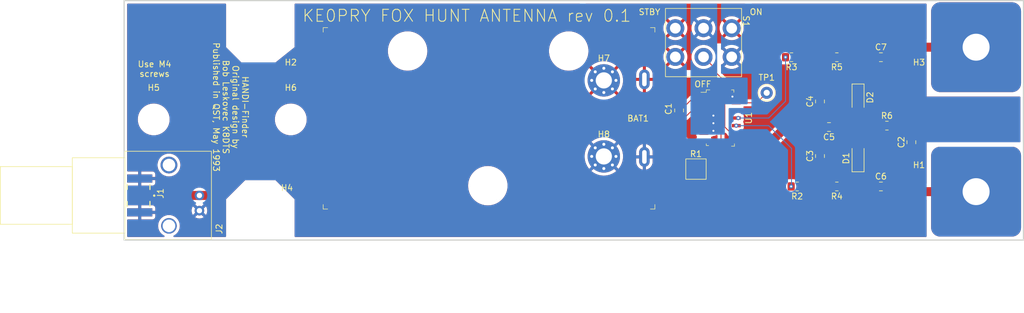
<source format=kicad_pcb>
(kicad_pcb (version 20211014) (generator pcbnew)
  (layers (0 "F.Cu" signal) (31 "B.Cu" signal) (34 "B.Paste" user) (35 "F.Paste" user) (36 "B.SilkS" user "B.Silkscreen") (37 "F.SilkS" user "F.Silkscreen") (38 "B.Mask" user) (39 "F.Mask" user) (44 "Edge.Cuts" user))
  (net 0 "")
  (net 1 "GND")
  (net 2 "Net-(C1-Pad1)")
  (net 3 "Net-(C1-Pad2)")
  (net 4 "Net-(C2-Pad2)")
  (net 5 "Net-(C3-Pad1)")
  (net 6 "Net-(C4-Pad2)")
  (net 7 "Net-(C5-Pad1)")
  (net 8 "Net-(C5-Pad2)")
  (net 9 "Net-(C6-Pad1)")
  (net 10 "Net-(C6-Pad2)")
  (net 11 "Net-(C7-Pad1)")
  (net 12 "Net-(C7-Pad2)")
  (net 13 "Net-(R1-Pad2)")
  (net 15 "Net-(R2-Pad2)")
  (net 16 "Net-(R3-Pad2)")
  (net 17 "Net-(S1-Pad2)")
  (net 18 "Net-(S1-Pad5)")
  (net 19 "Net-(TP1-Pad1)")
  (net 20 "VCC")
  (footprint "Capacitor_SMD:C_0805_2012Metric_Pad1.18x1.45mm_HandSolder" (layer "F.Cu") (at 166.065 75.9675 90)
    (fp_text reference "C3" (at 0 -1.68 90) (layer "F.SilkS"))
    (fp_text value "1nF")
    (fp_line (start -0.261252 0.735) (end 0.261252 0.735) (layer "F.SilkS") (width 0.12))
    (fp_line (start -0.261252 -0.735) (end 0.261252 -0.735) (layer "F.SilkS") (width 0.12))
    (pad "1" smd roundrect (at -1.0375 0 90) (size 1.175 1.45) (layers "F.Cu" "F.Paste" "F.Mask") (roundrect_rratio 0.212766) (net 5 "Net-(C3-Pad1)"))
    (pad "2" smd roundrect (at 1.0375 0 90) (size 1.175 1.45) (layers "F.Cu" "F.Paste" "F.Mask") (roundrect_rratio 0.212766) (net 1 "GND"))
  )
  (footprint "MountingHole:MountingHole_2.7mm_Pad_Via" (layer "F.Cu") (at 130.01 63.33)
    (fp_text reference "H7" (at 0 -3.7) (layer "F.SilkS"))
    (fp_text value "MountingHole_Pad")
    (pad "1" thru_hole circle (at 0 -2.025) (size 0.8 0.8) (drill 0.5) (layers *.Cu *.Mask) (net 20 "VCC"))
    (pad "1" thru_hole circle (at -2.025 0) (size 0.8 0.8) (drill 0.5) (layers *.Cu *.Mask) (net 20 "VCC"))
    (pad "1" thru_hole circle (at 0 2.025) (size 0.8 0.8) (drill 0.5) (layers *.Cu *.Mask) (net 20 "VCC"))
    (pad "1" thru_hole circle (at -1.431891 -1.431891) (size 0.8 0.8) (drill 0.5) (layers *.Cu *.Mask) (net 20 "VCC"))
    (pad "1" thru_hole circle (at 2.025 0) (size 0.8 0.8) (drill 0.5) (layers *.Cu *.Mask) (net 20 "VCC"))
    (pad "1" thru_hole circle (at -1.431891 1.431891) (size 0.8 0.8) (drill 0.5) (layers *.Cu *.Mask) (net 20 "VCC"))
    (pad "1" thru_hole circle (at 0 0) (size 5.4 5.4) (drill 2.7) (layers *.Cu *.Mask) (net 20 "VCC"))
    (pad "1" thru_hole circle (at 1.431891 1.431891) (size 0.8 0.8) (drill 0.5) (layers *.Cu *.Mask) (net 20 "VCC"))
    (pad "1" thru_hole circle (at 1.431891 -1.431891) (size 0.8 0.8) (drill 0.5) (layers *.Cu *.Mask) (net 20 "VCC"))
  )
  (footprint "Capacitor_SMD:C_0805_2012Metric_Pad1.18x1.45mm_HandSolder" (layer "F.Cu") (at 166.065 66.845 90)
    (fp_text reference "C4" (at 0 -1.68 90) (layer "F.SilkS"))
    (fp_text value "1nF")
    (fp_line (start -0.261252 0.735) (end 0.261252 0.735) (layer "F.SilkS") (width 0.12))
    (fp_line (start -0.261252 -0.735) (end 0.261252 -0.735) (layer "F.SilkS") (width 0.12))
    (pad "1" smd roundrect (at -1.0375 0 90) (size 1.175 1.45) (layers "F.Cu" "F.Paste" "F.Mask") (roundrect_rratio 0.212766) (net 1 "GND"))
    (pad "2" smd roundrect (at 1.0375 0 90) (size 1.175 1.45) (layers "F.Cu" "F.Paste" "F.Mask") (roundrect_rratio 0.212766) (net 6 "Net-(C4-Pad2)"))
  )
  (footprint "projlibrary:MountingHole_Antenna_4.5mmHole_LargePad" (layer "F.Cu") (at 192.1 81.915)
    (fp_text reference "H1" (at -9.525 -4.445) (layer "F.SilkS"))
    (fp_text value "ANT1")
    (pad "1" connect roundrect (at 0 0) (size 15 15) (layers "F.Cu" "F.Mask") (roundrect_rratio 0.1) (net 10 "Net-(C6-Pad2)"))
    (pad "1" connect roundrect (at 0 0) (size 15 15) (layers "B.Cu" "B.Mask") (roundrect_rratio 0.1) (net 10 "Net-(C6-Pad2)"))
    (pad "1" thru_hole circle (at 0 0) (size 4.9 4.9) (drill 4.5) (layers *.Cu *.Mask) (net 10 "Net-(C6-Pad2)"))
  )
  (footprint "Diode_SMD:D_SOD-123" (layer "F.Cu") (at 172.415 66.1875 -90)
    (fp_text reference "D2" (at 0 -2 90) (layer "F.SilkS"))
    (fp_text value "1N4148")
    (fp_line (start -2.25 -1) (end -2.25 1) (layer "F.SilkS") (width 0.12))
    (fp_line (start -2.25 1) (end 1.65 1) (layer "F.SilkS") (width 0.12))
    (fp_line (start -2.25 -1) (end 1.65 -1) (layer "F.SilkS") (width 0.12))
    (pad "1" smd rect (at -1.65 0 270) (size 0.9 1.2) (layers "F.Cu" "F.Paste" "F.Mask") (net 11 "Net-(C7-Pad1)"))
    (pad "2" smd rect (at 1.65 0 270) (size 0.9 1.2) (layers "F.Cu" "F.Paste" "F.Mask") (net 7 "Net-(C5-Pad1)"))
  )
  (footprint "digikey-footprints:SOIC-14_W3.9mm" (layer "F.Cu") (at 149.395 69.6175 -90)
    (fp_text reference "U1" (at 0 -4.79 90) (layer "F.SilkS"))
    (fp_text value "CD4047BM96")
    (fp_line (start -4.7 -2.3) (end -4.7 -1.9) (layer "F.SilkS") (width 0.1))
    (fp_line (start -4.3 -2.3) (end -4.7 -2.3) (layer "F.SilkS") (width 0.1))
    (fp_line (start 4.3 2.3) (end 4.6 2.3) (layer "F.SilkS") (width 0.1))
    (fp_line (start 4.6 2.3) (end 4.6 1.9) (layer "F.SilkS") (width 0.1))
    (fp_line (start -4.3 2.3) (end -4.3 3.2) (layer "F.SilkS") (width 0.1))
    (fp_line (start -4.7 1.7) (end -4.7 2.3) (layer "F.SilkS") (width 0.1))
    (fp_line (start 4.3 -2.4) (end 4.7 -2.4) (layer "F.SilkS") (width 0.1))
    (fp_line (start -4.7 2.3) (end -4.3 2.3) (layer "F.SilkS") (width 0.1))
    (fp_line (start 4.7 -2.4) (end 4.7 -1.9) (layer "F.SilkS") (width 0.1))
    (pad "1" smd rect locked (at -3.81 2.7 270) (size 0.55 1.5) (layers "F.Cu" "F.Paste" "F.Mask") (net 2 "Net-(C1-Pad1)"))
    (pad "2" smd rect locked (at -2.54 2.7 270) (size 0.55 1.5) (layers "F.Cu" "F.Paste" "F.Mask") (net 13 "Net-(R1-Pad2)"))
    (pad "3" smd rect locked (at -1.27 2.7 270) (size 0.55 1.5) (layers "F.Cu" "F.Paste" "F.Mask") (net 3 "Net-(C1-Pad2)"))
    (pad "4" smd rect locked (at 0 2.7 270) (size 0.55 1.5) (layers "F.Cu" "F.Paste" "F.Mask") (net 17 "Net-(S1-Pad2)"))
    (pad "5" smd rect locked (at 1.27 2.7 270) (size 0.55 1.5) (layers "F.Cu" "F.Paste" "F.Mask") (net 17 "Net-(S1-Pad2)"))
    (pad "6" smd rect locked (at 2.54 2.7 270) (size 0.55 1.5) (layers "F.Cu" "F.Paste" "F.Mask") (net 17 "Net-(S1-Pad2)"))
    (pad "7" smd rect locked (at 3.81 2.7 270) (size 0.55 1.5) (layers "F.Cu" "F.Paste" "F.Mask") (net 1 "GND"))
    (pad "8" smd rect locked (at 3.81 -2.7 270) (size 0.55 1.5) (layers "F.Cu" "F.Paste" "F.Mask") (net 1 "GND"))
    (pad "9" smd rect locked (at 2.54 -2.7 270) (size 0.55 1.5) (layers "F.Cu" "F.Paste" "F.Mask") (net 18 "Net-(S1-Pad5)"))
    (pad "10" smd rect locked (at 1.27 -2.7 270) (size 0.55 1.5) (layers "F.Cu" "F.Paste" "F.Mask") (net 15 "Net-(R2-Pad2)"))
    (pad "11" smd rect locked (at 0 -2.7 270) (size 0.55 1.5) (layers "F.Cu" "F.Paste" "F.Mask") (net 16 "Net-(R3-Pad2)"))
    (pad "12" smd rect locked (at -1.27 -2.7 270) (size 0.55 1.5) (layers "F.Cu" "F.Paste" "F.Mask") (net 1 "GND"))
    (pad "13" smd rect locked (at -2.54 -2.7 270) (size 0.55 1.5) (layers "F.Cu" "F.Paste" "F.Mask") (net 19 "Net-(TP1-Pad1)"))
    (pad "14" smd rect locked (at -3.81 -2.7 270) (size 0.55 1.5) (layers "F.Cu" "F.Paste" "F.Mask") (net 17 "Net-(S1-Pad2)"))
  )
  (footprint "Resistor_SMD:R_0805_2012Metric_Pad1.20x1.40mm_HandSolder" (layer "F.Cu") (at 177.225 70.8875)
    (fp_text reference "R6" (at 0 -1.65) (layer "F.SilkS"))
    (fp_text value "1K")
    (fp_line (start -0.227064 -0.735) (end 0.227064 -0.735) (layer "F.SilkS") (width 0.12))
    (fp_line (start -0.227064 0.735) (end 0.227064 0.735) (layer "F.SilkS") (width 0.12))
    (pad "1" smd roundrect (at -1 0) (size 1.2 1.4) (layers "F.Cu" "F.Paste" "F.Mask") (roundrect_rratio 0.208333) (net 7 "Net-(C5-Pad1)"))
    (pad "2" smd roundrect (at 1 0) (size 1.2 1.4) (layers "F.Cu" "F.Paste" "F.Mask") (roundrect_rratio 0.208333) (net 4 "Net-(C2-Pad2)"))
  )
  (footprint "digikey-footprints:Test_Point_D1.02mm" (layer "F.Cu") (at 157.175 65.405)
    (fp_text reference "TP1" (at 0 -2.55) (layer "F.SilkS"))
    (fp_text value "DNI")
    (fp_circle (center 0 0) (end 1.37 0) (layer "F.SilkS") (width 0.1) (fill none))
    (pad "1" thru_hole circle locked (at 0 0) (size 2.02 2.02) (drill 1.02) (layers *.Cu *.Mask) (net 19 "Net-(TP1-Pad1)"))
  )
  (footprint "SMA-J-P-H-ST-EM1:SAMTEC_SMA-J-P-H-ST-EM1" (layer "F.Cu") (at 52.4 82.55 -90)
    (fp_text reference "J1" (at -0.34105 -3.66967 90) (layer "F.SilkS"))
    (fp_text value "SMA-J-P-H-ST-EM1")
    (fp_line (start -1.8 -1.91) (end -1 -1.91) (layer "F.SilkS") (width 0.2))
    (fp_line (start 1 1.9) (end 1.8 1.9) (layer "F.SilkS") (width 0.2))
    (fp_line (start -1.8 1.9) (end -1 1.9) (layer "F.SilkS") (width 0.2))
    (fp_line (start 1 -1.91) (end 1.8 -1.91) (layer "F.SilkS") (width 0.2))
    (fp_circle (center 0.03 -2.62) (end 0.13 -2.62) (layer "F.SilkS") (width 0.2) (fill none))
    (pad "1" smd rect locked (at 0 0 270) (size 1.27 3.6) (layers "F.Cu" "F.Paste" "F.Mask") (net 8 "Net-(C5-Pad2)"))
    (pad "2_1" smd rect locked (at -2.825 -0.2 270) (size 1.35 4.2) (layers "F.Cu" "F.Paste" "F.Mask") (net 1 "GND"))
    (pad "2_2" smd rect locked (at -2.825 -0.2 270) (size 1.35 4.2) (layers "B.Cu" "B.Paste" "B.Mask") (net 1 "GND"))
    (pad "3_1" smd rect locked (at 2.825 -0.2 270) (size 1.35 4.2) (layers "F.Cu" "F.Paste" "F.Mask") (net 1 "GND"))
    (pad "3_2" smd rect locked (at 2.825 -0.2 270) (size 1.35 4.2) (layers "B.Cu" "B.Paste" "B.Mask") (net 1 "GND"))
  )
  (footprint "projlibrary:res_pot_ST32ETB503" (layer "F.Cu") (at 145.38 78.15 -90)
    (fp_text reference "R1" (at -2.54 0 unlocked) (layer "F.SilkS"))
    (fp_text value "50K")
    (fp_rect (start -1.7 -1.7) (end 1.7 1.7) (layer "F.SilkS") (width 0.12) (fill none))
    (pad "1" smd rect (at -1 1.95 270) (size 1.2 1.9) (layers "F.Cu" "F.Paste" "F.Mask") (net 3 "Net-(C1-Pad2)"))
    (pad "2" smd rect (at 0 -2 270) (size 1.6 2.2) (layers "F.Cu" "F.Paste" "F.Mask") (net 13 "Net-(R1-Pad2)"))
    (pad "3" smd rect (at 1 1.95 270) (size 1.2 1.9) (layers "F.Cu" "F.Paste" "F.Mask"))
  )
  (footprint "MountingHole:MountingHole_4.3mm_M4" (layer "F.Cu") (at 54.94 69.85)
    (fp_text reference "H5" (at 0 -5.3) (layer "F.SilkS"))
    (fp_text value "MountingHole")
    (pad "" np_thru_hole circle (at 0 0) (size 4.3 4.3) (drill 4.3) (layers *.Cu *.Mask))
  )
  (footprint "Capacitor_SMD:C_0805_2012Metric_Pad1.18x1.45mm_HandSolder" (layer "F.Cu") (at 176.225 81.0475)
    (fp_text reference "C6" (at 0 -1.68) (layer "F.SilkS"))
    (fp_text value "1nF")
    (fp_line (start -0.261252 -0.735) (end 0.261252 -0.735) (layer "F.SilkS") (width 0.12))
    (fp_line (start -0.261252 0.735) (end 0.261252 0.735) (layer "F.SilkS") (width 0.12))
    (pad "1" smd roundrect (at -1.0375 0) (size 1.175 1.45) (layers "F.Cu" "F.Paste" "F.Mask") (roundrect_rratio 0.212766) (net 9 "Net-(C6-Pad1)"))
    (pad "2" smd roundrect (at 1.0375 0) (size 1.175 1.45) (layers "F.Cu" "F.Paste" "F.Mask") (roundrect_rratio 0.212766) (net 10 "Net-(C6-Pad2)"))
  )
  (footprint "Resistor_SMD:R_0805_2012Metric_Pad1.20x1.40mm_HandSolder" (layer "F.Cu") (at 168.875 81.0475 180)
    (fp_text reference "R4" (at 0 -1.65) (layer "F.SilkS"))
    (fp_text value "1K")
    (fp_line (start -0.227064 0.735) (end 0.227064 0.735) (layer "F.SilkS") (width 0.12))
    (fp_line (start -0.227064 -0.735) (end 0.227064 -0.735) (layer "F.SilkS") (width 0.12))
    (pad "1" smd roundrect (at -1 0 180) (size 1.2 1.4) (layers "F.Cu" "F.Paste" "F.Mask") (roundrect_rratio 0.208333) (net 9 "Net-(C6-Pad1)"))
    (pad "2" smd roundrect (at 1 0 180) (size 1.2 1.4) (layers "F.Cu" "F.Paste" "F.Mask") (roundrect_rratio 0.208333) (net 5 "Net-(C3-Pad1)"))
  )
  (footprint "projlibrary:MountingHole_Antenna_4.5mmHole_LargePad" (layer "F.Cu") (at 192.1 57.785)
    (fp_text reference "H3" (at -9.525 2.54) (layer "F.SilkS"))
    (fp_text value "ANT2")
    (pad "1" thru_hole circle (at 0 0) (size 4.9 4.9) (drill 4.5) (layers *.Cu *.Mask) (net 12 "Net-(C7-Pad2)"))
    (pad "1" connect roundrect (at 0 0) (size 15 15) (layers "B.Cu" "B.Mask") (roundrect_rratio 0.1) (net 12 "Net-(C7-Pad2)"))
    (pad "1" connect roundrect (at 0 0) (size 15 15) (layers "F.Cu" "F.Mask") (roundrect_rratio 0.1) (net 12 "Net-(C7-Pad2)"))
  )
  (footprint "Resistor_SMD:R_0805_2012Metric_Pad1.20x1.40mm_HandSolder" (layer "F.Cu") (at 161.315 59.4575 180)
    (fp_text reference "R3" (at 0 -1.65) (layer "F.SilkS"))
    (fp_text value "10K")
    (fp_line (start -0.227064 -0.735) (end 0.227064 -0.735) (layer "F.SilkS") (width 0.12))
    (fp_line (start -0.227064 0.735) (end 0.227064 0.735) (layer "F.SilkS") (width 0.12))
    (pad "1" smd roundrect (at -1 0 180) (size 1.2 1.4) (layers "F.Cu" "F.Paste" "F.Mask") (roundrect_rratio 0.208333) (net 6 "Net-(C4-Pad2)"))
    (pad "2" smd roundrect (at 1 0 180) (size 1.2 1.4) (layers "F.Cu" "F.Paste" "F.Mask") (roundrect_rratio 0.208333) (net 16 "Net-(R3-Pad2)"))
  )
  (footprint "MountingHole:MountingHole_2.7mm_Pad_Via" (layer "F.Cu") (at 130.01 76.03)
    (fp_text reference "H8" (at 0 -3.7) (layer "F.SilkS"))
    (fp_text value "MountingHole_Pad")
    (pad "1" thru_hole circle (at 0 0) (size 5.4 5.4) (drill 2.7) (layers *.Cu *.Mask) (net 1 "GND"))
    (pad "1" thru_hole circle (at 1.431891 1.431891) (size 0.8 0.8) (drill 0.5) (layers *.Cu *.Mask) (net 1 "GND"))
    (pad "1" thru_hole circle (at 1.431891 -1.431891) (size 0.8 0.8) (drill 0.5) (layers *.Cu *.Mask) (net 1 "GND"))
    (pad "1" thru_hole circle (at -1.431891 -1.431891) (size 0.8 0.8) (drill 0.5) (layers *.Cu *.Mask) (net 1 "GND"))
    (pad "1" thru_hole circle (at -1.431891 1.431891) (size 0.8 0.8) (drill 0.5) (layers *.Cu *.Mask) (net 1 "GND"))
    (pad "1" thru_hole circle (at 2.025 0) (size 0.8 0.8) (drill 0.5) (layers *.Cu *.Mask) (net 1 "GND"))
    (pad "1" thru_hole circle (at 0 -2.025) (size 0.8 0.8) (drill 0.5) (layers *.Cu *.Mask) (net 1 "GND"))
    (pad "1" thru_hole circle (at 0 2.025) (size 0.8 0.8) (drill 0.5) (layers *.Cu *.Mask) (net 1 "GND"))
    (pad "1" thru_hole circle (at -2.025 0) (size 0.8 0.8) (drill 0.5) (layers *.Cu *.Mask) (net 1 "GND"))
  )
  (footprint "Resistor_SMD:R_0805_2012Metric_Pad1.20x1.40mm_HandSolder" (layer "F.Cu") (at 168.875 59.4575 180)
    (fp_text reference "R5" (at 0 -1.65) (layer "F.SilkS"))
    (fp_text value "1K")
    (fp_line (start -0.227064 0.735) (end 0.227064 0.735) (layer "F.SilkS") (width 0.12))
    (fp_line (start -0.227064 -0.735) (end 0.227064 -0.735) (layer "F.SilkS") (width 0.12))
    (pad "1" smd roundrect (at -1 0 180) (size 1.2 1.4) (layers "F.Cu" "F.Paste" "F.Mask") (roundrect_rratio 0.208333) (net 11 "Net-(C7-Pad1)"))
    (pad "2" smd roundrect (at 1 0 180) (size 1.2 1.4) (layers "F.Cu" "F.Paste" "F.Mask") (roundrect_rratio 0.208333) (net 6 "Net-(C4-Pad2)"))
  )
  (footprint "Capacitor_SMD:C_0805_2012Metric_Pad1.18x1.45mm_HandSolder" (layer "F.Cu") (at 176.225 59.4575)
    (fp_text reference "C7" (at 0 -1.68) (layer "F.SilkS"))
    (fp_text value "1nF")
    (fp_line (start -0.261252 0.735) (end 0.261252 0.735) (layer "F.SilkS") (width 0.12))
    (fp_line (start -0.261252 -0.735) (end 0.261252 -0.735) (layer "F.SilkS") (width 0.12))
    (pad "1" smd roundrect (at -1.0375 0) (size 1.175 1.45) (layers "F.Cu" "F.Paste" "F.Mask") (roundrect_rratio 0.212766) (net 11 "Net-(C7-Pad1)"))
    (pad "2" smd roundrect (at 1.0375 0) (size 1.175 1.45) (layers "F.Cu" "F.Paste" "F.Mask") (roundrect_rratio 0.212766) (net 12 "Net-(C7-Pad2)"))
  )
  (footprint "Capacitor_SMD:C_0805_2012Metric_Pad1.18x1.45mm_HandSolder" (layer "F.Cu") (at 181.305 73.66 90)
    (fp_text reference "C2" (at 0 -1.68 90) (layer "F.SilkS"))
    (fp_text value "1nF")
    (fp_line (start -0.261252 0.735) (end 0.261252 0.735) (layer "F.SilkS") (width 0.12))
    (fp_line (start -0.261252 -0.735) (end 0.261252 -0.735) (layer "F.SilkS") (width 0.12))
    (pad "1" smd roundrect (at -1.0375 0 90) (size 1.175 1.45) (layers "F.Cu" "F.Paste" "F.Mask") (roundrect_rratio 0.212766) (net 1 "GND"))
    (pad "2" smd roundrect (at 1.0375 0 90) (size 1.175 1.45) (layers "F.Cu" "F.Paste" "F.Mask") (roundrect_rratio 0.212766) (net 4 "Net-(C2-Pad2)"))
  )
  (footprint "projlibrary:conn_rf_bnc_0731000167" (layer "F.Cu") (at 62.56 82.55 90)
    (fp_text reference "J2" (at -5.588 3.302 90 unlocked) (layer "F.SilkS"))
    (fp_text value "0731000167")
    (fp_rect (start -6.3 -21.2) (end 6.3 -12.44) (layer "F.SilkS") (width 0.12) (fill none))
    (fp_rect (start -7.38 -12.44) (end 7.38 2) (layer "F.SilkS") (width 0.12) (fill none))
    (fp_rect (start -4.825 -21.2) (end 4.825 -33.2) (layer "F.SilkS") (width 0.12) (fill none))
    (pad "" np_thru_hole circle (at 5.08 -5.08 90) (size 2.8 2.8) (drill 2.1) (layers F&B.Cu *.Mask))
    (pad "" np_thru_hole circle (at -5.08 -5.08 90) (size 2.6 2.6) (drill 2.1) (layers F&B.Cu *.Mask))
    (pad "1" thru_hole circle (at 0 0 90) (size 1.6 1.6) (drill 0.89) (layers *.Cu *.Mask) (net 8 "Net-(C5-Pad2)"))
    (pad "2" thru_hole circle (at -2.54 0 90) (size 1.6 1.6) (drill 0.89) (layers *.Cu *.Mask) (net 1 "GND"))
  )
  (footprint "Capacitor_SMD:C_0805_2012Metric_Pad1.18x1.45mm_HandSolder" (layer "F.Cu") (at 142.57 68.3475 -90)
    (fp_text reference "C1" (at -0.261252 1.765 90) (layer "F.SilkS"))
    (fp_text value "1uF")
    (fp_line (start -0.261252 -0.735) (end 0.261252 -0.735) (layer "F.SilkS") (width 0.12))
    (fp_line (start -0.261252 0.735) (end 0.261252 0.735) (layer "F.SilkS") (width 0.12))
    (pad "1" smd roundrect (at -1.0375 0 270) (size 1.175 1.45) (layers "F.Cu" "F.Paste" "F.Mask") (roundrect_rratio 0.212766) (net 2 "Net-(C1-Pad1)"))
    (pad "2" smd roundrect (at 1.0375 0 270) (size 1.175 1.45) (layers "F.Cu" "F.Paste" "F.Mask") (roundrect_rratio 0.212766) (net 3 "Net-(C1-Pad2)"))
  )
  (footprint "MountingHole:MountingHole_4.3mm_M4" (layer "F.Cu") (at 72.72 55.245)
    (fp_text reference "H2" (at 5.08 5.08) (layer "F.SilkS"))
    (fp_text value "ANT1_MOUNT")
    (pad "" np_thru_hole circle (at 0 0) (size 4.3 4.3) (drill 4.3) (layers *.Cu *.Mask))
  )
  (footprint "Resistor_SMD:R_0805_2012Metric_Pad1.20x1.40mm_HandSolder" (layer "F.Cu") (at 162.255 81.0475 180)
    (fp_text reference "R2" (at 0 -1.65) (layer "F.SilkS"))
    (fp_text value "10K")
    (fp_line (start -0.227064 -0.735) (end 0.227064 -0.735) (layer "F.SilkS") (width 0.12))
    (fp_line (start -0.227064 0.735) (end 0.227064 0.735) (layer "F.SilkS") (width 0.12))
    (pad "1" smd roundrect (at -1 0 180) (size 1.2 1.4) (layers "F.Cu" "F.Paste" "F.Mask") (roundrect_rratio 0.208333) (net 5 "Net-(C3-Pad1)"))
    (pad "2" smd roundrect (at 1 0 180) (size 1.2 1.4) (layers "F.Cu" "F.Paste" "F.Mask") (roundrect_rratio 0.208333) (net 15 "Net-(R2-Pad2)"))
  )
  (footprint "projlibrary:switch_dpdt_MS23ANW03" (layer "F.Cu") (at 146.635 57.01 -90)
    (fp_text reference "S1" (at -3.556 -7.112 -90 unlocked) (layer "F.SilkS"))
    (fp_text value "switch_slider")
    (fp_rect (start -5.7 -6.35) (end 5.7 6.35) (layer "F.SilkS") (width 0.12) (fill none))
    (pad "1" thru_hole circle (at -2.4 4.7 270) (size 3 3) (drill 1.8) (layers *.Cu *.Mask) (net 20 "VCC"))
    (pad "2" thru_hole circle (at -2.4 0 270) (size 3 3) (drill 1.8) (layers *.Cu *.Mask) (net 17 "Net-(S1-Pad2)"))
    (pad "3" thru_hole circle (at -2.4 -4.7 270) (size 3 3) (drill 1.8) (layers *.Cu *.Mask) (net 20 "VCC"))
    (pad "4" thru_hole circle (at 2.4 4.7 270) (size 3 3) (drill 1.8) (layers *.Cu *.Mask) (net 20 "VCC"))
    (pad "5" thru_hole circle (at 2.4 0 270) (size 3 3) (drill 1.8) (layers *.Cu *.Mask) (net 18 "Net-(S1-Pad5)"))
    (pad "6" thru_hole circle (at 2.4 -4.7 270) (size 3 3) (drill 1.8) (layers *.Cu *.Mask) (net 1 "GND"))
  )
  (footprint "Capacitor_SMD:C_0805_2012Metric_Pad1.18x1.45mm_HandSolder" (layer "F.Cu") (at 167.5675 71.12 180)
    (fp_text reference "C5" (at 0 -1.68) (layer "F.SilkS"))
    (fp_text value "1nF")
    (fp_line (start -0.261252 0.735) (end 0.261252 0.735) (layer "F.SilkS") (width 0.12))
    (fp_line (start -0.261252 -0.735) (end 0.261252 -0.735) (layer "F.SilkS") (width 0.12))
    (pad "1" smd roundrect (at -1.0375 0 180) (size 1.175 1.45) (layers "F.Cu" "F.Paste" "F.Mask") (roundrect_rratio 0.212766) (net 7 "Net-(C5-Pad1)"))
    (pad "2" smd roundrect (at 1.0375 0 180) (size 1.175 1.45) (layers "F.Cu" "F.Paste" "F.Mask") (roundrect_rratio 0.212766) (net 8 "Net-(C5-Pad2)"))
  )
  (footprint "Diode_SMD:D_SOD-123" (layer "F.Cu") (at 172.415 76.3475 90)
    (fp_text reference "D1" (at 0 -2 90) (layer "F.SilkS"))
    (fp_text value "1N4148")
    (fp_line (start -2.25 1) (end 1.65 1) (layer "F.SilkS") (width 0.12))
    (fp_line (start -2.25 -1) (end -2.25 1) (layer "F.SilkS") (width 0.12))
    (fp_line (start -2.25 -1) (end 1.65 -1) (layer "F.SilkS") (width 0.12))
    (pad "1" smd rect (at -1.65 0 90) (size 0.9 1.2) (layers "F.Cu" "F.Paste" "F.Mask") (net 9 "Net-(C6-Pad1)"))
    (pad "2" smd rect (at 1.65 0 90) (size 0.9 1.2) (layers "F.Cu" "F.Paste" "F.Mask") (net 7 "Net-(C5-Pad1)"))
  )
  (footprint "digikey-footprints:Battery_Holder_9V_BC9VPC-ND" (layer "F.Cu") (at 124.155 58.42)
    (fp_text reference "BAT1" (at 11.57 11.26) (layer "F.SilkS"))
    (fp_text value "BC9VPC")
    (fp_line (start 14.37 26.4) (end 13.62 26.4) (layer "F.SilkS") (width 0.1))
    (fp_line (start -40.95 -3.9) (end -40.95 -3.15) (layer "F.SilkS") (width 0.1))
    (fp_line (start -40.2 26.4) (end -40.95 26.4) (layer "F.SilkS") (width 0.1))
    (fp_line (start -40.95 25.65) (end -40.95 26.4) (layer "F.SilkS") (width 0.1))
    (fp_line (start 14.37 -3.9) (end 14.37 -3.15) (layer "F.SilkS") (width 0.1))
    (fp_line (start 14.37 -3.9) (end 13.62 -3.9) (layer "F.SilkS") (width 0.1))
    (fp_line (start 14.37 25.65) (end 14.37 26.4) (layer "F.SilkS") (width 0.1))
    (fp_line (start -40.2 -3.9) (end -40.95 -3.9) (layer "F.SilkS") (width 0.1))
    (pad "" np_thru_hole circle locked (at -26.87 0) (size 5.57 5.57) (drill 5.57) (layers *.Cu *.Mask))
    (pad "" np_thru_hole circle locked (at -13.49 22.5) (size 5.57 5.57) (drill 5.57) (layers *.Cu *.Mask))
    (pad "" np_thru_hole circle locked (at 0 0) (size 5.57 5.57) (drill 5.57) (layers *.Cu *.Mask))
    (pad "NEG" thru_hole oval locked (at 12.62 17.69) (size 1.75 3.3) (drill oval 0.75 2.3) (layers *.Cu *.Mask) (net 1 "GND"))
    (pad "POS" thru_hole oval locked (at 12.62 4.74) (size 1.75 3.3) (drill oval 0.75 2.3) (layers *.Cu *.Mask) (net 20 "VCC"))
  )
  (footprint "MountingHole:MountingHole_4.3mm_M4" (layer "F.Cu") (at 77.8 69.85)
    (fp_text reference "H6" (at 0 -5.3) (layer "F.SilkS"))
    (fp_text value "MountingHole")
    (pad "" np_thru_hole circle (at 0 0) (size 4.3 4.3) (drill 4.3) (layers *.Cu *.Mask))
  )
  (footprint "MountingHole:MountingHole_4.3mm_M4" (layer "F.Cu") (at 72.72 85.09)
    (fp_text reference "H4" (at 4.445 -3.81) (layer "F.SilkS"))
    (fp_text value "ANT2_MOUNT")
    (pad "" np_thru_hole circle (at 0 0) (size 4.3 4.3) (drill 4.3) (layers *.Cu *.Mask))
  )
  (gr_rect (start 50 50) (end 200 90) (layer "Edge.Cuts") (width 0.2) (fill none))
  (gr_text "Use M4\nscrews" (at 55.08 61.425) (layer "F.SilkS") (effects (font (size 1 1))))
  (gr_text "OFF" (at 146.52 63.965) (layer "F.SilkS") (effects (font (size 1 1))))
  (gr_text "ON" (at 155.41 51.9) (layer "F.SilkS") (effects (font (size 1 1))))
  (gr_text "KE0PRY FOX HUNT ANTENNA rev 0.1" (at 107.15 52.535) (layer "F.SilkS") (effects (font (size 2 2))))
  (gr_text "HANDI-Finder\nOriginal design by\nBob Leskovec K8DTS\nPublished in QST, May 1993" (at 67.78 67.775 -90) (layer "F.SilkS") (effects (font (size 1 1))))
  (gr_text "STBY" (at 137.63 51.9) (layer "F.SilkS") (effects (font (size 1 1))))
  (segment (start 143.84 67.31) (end 142.57 67.31) (width 0.1524) (layer "F.Cu") (net 2))
  (segment (start 146.695 65.8075) (end 145.3425 65.8075) (width 0.1524) (layer "F.Cu") (net 2))
  (segment (start 145.3425 65.8075) (end 143.84 67.31) (width 0.1524) (layer "F.Cu") (net 2))
  (segment (start 142.57 69.385) (end 143.67 69.385) (width 0.1524) (layer "F.Cu") (net 3))
  (segment (start 144.7075 68.3475) (end 146.695 68.3475) (width 0.1524) (layer "F.Cu") (net 3))
  (segment (start 143.43 73.25) (end 142.57 72.39) (width 0.1524) (layer "F.Cu") (net 3))
  (segment (start 143.43 77.15) (end 143.43 73.25) (width 0.1524) (layer "F.Cu") (net 3))
  (segment (start 142.57 72.39) (end 142.57 69.385) (width 0.1524) (layer "F.Cu") (net 3))
  (segment (start 143.67 69.385) (end 144.7075 68.3475) (width 0.1524) (layer "F.Cu") (net 3))
  (segment (start 181.305 72.6225) (end 181.305 71.8275) (width 1.5) (layer "F.Cu") (net 4))
  (segment (start 181.305 71.8275) (end 180.365 70.8875) (width 1.5) (layer "F.Cu") (net 4))
  (segment (start 180.365 70.8875) (end 178.225 70.8875) (width 1.5) (layer "F.Cu") (net 4))
  (segment (start 166.065 79.2375) (end 167.875 81.0475) (width 0.1524) (layer "F.Cu") (net 5))
  (segment (start 166.065 77.005) (end 166.065 79.2375) (width 0.1524) (layer "F.Cu") (net 5))
  (segment (start 163.255 81.0475) (end 167.875 81.0475) (width 0.1524) (layer "F.Cu") (net 5))
  (segment (start 162.315 59.4575) (end 167.875 59.4575) (width 0.1524) (layer "F.Cu") (net 6))
  (segment (start 167.875 63.9975) (end 167.875 59.4575) (width 0.1524) (layer "F.Cu") (net 6))
  (segment (start 166.065 65.8075) (end 167.875 63.9975) (width 0.1524) (layer "F.Cu") (net 6))
  (segment (start 172.415 67.8375) (end 172.415 74.6975) (width 1.5) (layer "F.Cu") (net 7))
  (segment (start 168.605 71.12) (end 175.9925 71.12) (width 1.5) (layer "F.Cu") (net 7))
  (segment (start 175.9925 71.12) (end 176.225 70.8875) (width 1.5) (layer "F.Cu") (net 7))
  (segment (start 88.595 78.105) (end 69.545 78.105) (width 1.5) (layer "F.Cu") (net 8))
  (segment (start 148.92 86.995) (end 97.485 86.995) (width 1.5) (layer "F.Cu") (net 8))
  (segment (start 160.35 71.12) (end 151.46 80.01) (width 1.5) (layer "F.Cu") (net 8))
  (segment (start 166.53 71.12) (end 160.35 71.12) (width 1.5) (layer "F.Cu") (net 8))
  (segment (start 97.485 86.995) (end 88.595 78.105) (width 1.5) (layer "F.Cu") (net 8))
  (segment (start 69.545 78.105) (end 65.1 82.55) (width 1.5) (layer "F.Cu") (net 8))
  (segment (start 62.56 82.55) (end 52.4 82.55) (width 1.5) (layer "F.Cu") (net 8))
  (segment (start 65.1 82.55) (end 62.56 82.55) (width 1.5) (layer "F.Cu") (net 8))
  (segment (start 151.46 84.455) (end 148.92 86.995) (width 1.5) (layer "F.Cu") (net 8))
  (segment (start 151.46 80.01) (end 151.46 84.455) (width 1.5) (layer "F.Cu") (net 8))
  (segment (start 169.875 81.0475) (end 175.1875 81.0475) (width 1.5) (layer "F.Cu") (net 9))
  (segment (start 172.415 77.9975) (end 172.415 78.275) (width 1.5) (layer "F.Cu") (net 9))
  (segment (start 172.415 78.275) (end 175.1875 81.0475) (width 1.5) (layer "F.Cu") (net 9))
  (segment (start 181.7075 81.0475) (end 182.575 81.915) (width 1.5) (layer "F.Cu") (net 10))
  (segment (start 177.2625 81.0475) (end 181.7075 81.0475) (width 1.5) (layer "F.Cu") (net 10))
  (segment (start 182.575 81.915) (end 192.1 81.915) (width 1.5) (layer "F.Cu") (net 10))
  (segment (start 169.875 59.4575) (end 175.1875 59.4575) (width 1.5) (layer "F.Cu") (net 11))
  (segment (start 172.415 62.23) (end 175.1875 59.4575) (width 1.5) (layer "F.Cu") (net 11))
  (segment (start 172.415 64.5375) (end 172.415 62.23) (width 1.5) (layer "F.Cu") (net 11))
  (segment (start 180.9025 59.4575) (end 182.575 57.785) (width 1.5) (layer "F.Cu") (net 12))
  (segment (start 177.2625 59.4575) (end 180.9025 59.4575) (width 1.5) (layer "F.Cu") (net 12))
  (segment (start 182.575 57.785) (end 192.1 57.785) (width 1.5) (layer "F.Cu") (net 12))
  (segment (start 147.38 77.105) (end 149.555 74.93) (width 0.1524) (layer "F.Cu") (net 13))
  (segment (start 149.555 74.93) (end 149.555 68.58) (width 0.1524) (layer "F.Cu") (net 13))
  (segment (start 149.555 68.58) (end 148.0525 67.0775) (width 0.1524) (layer "F.Cu") (net 13))
  (segment (start 148.0525 67.0775) (end 146.695 67.0775) (width 0.1524) (layer "F.Cu") (net 13))
  (segment (start 147.38 78.15) (end 147.38 77.105) (width 0.1524) (layer "F.Cu") (net 13))
  (via (at 152.095 70.8875) (size 0.6858) (drill 0.3302) (layers "F.Cu" "B.Cu") (net 15))
  (via (at 161.255 81.0475) (size 0.6858) (drill 0.3302) (layers "F.Cu" "B.Cu") (net 15))
  (segment (start 161.315 81.0475) (end 161.255 81.0475) (width 0.1524) (layer "B.Cu") (net 15))
  (segment (start 157.505 70.8875) (end 161.315 74.6975) (width 0.1524) (layer "B.Cu") (net 15))
  (segment (start 161.315 74.6975) (end 161.315 81.0475) (width 0.1524) (layer "B.Cu") (net 15))
  (segment (start 152.095 70.8875) (end 157.505 70.8875) (width 0.1524) (layer "B.Cu") (net 15))
  (segment (start 152.095 69.6175) (end 152.425 69.6175) (width 0.1524) (layer "F.Cu") (net 16))
  (via (at 152.425 69.6175) (size 0.6858) (drill 0.3302) (layers "F.Cu" "B.Cu") (net 16))
  (via (at 160.315 59.4575) (size 0.6858) (drill 0.3302) (layers "F.Cu" "B.Cu") (net 16))
  (segment (start 157.505 69.6175) (end 160.315 66.8075) (width 0.1524) (layer "B.Cu") (net 16))
  (segment (start 152.425 69.6175) (end 157.505 69.6175) (width 0.1524) (layer "B.Cu") (net 16))
  (segment (start 160.315 66.8075) (end 160.315 59.4575) (width 0.1524) (layer "B.Cu") (net 16))
  (segment (start 147.8825 69.6175) (end 148.285 69.215) (width 0.1524) (layer "F.Cu") (net 17))
  (segment (start 146.695 70.8875) (end 147.8825 70.8875) (width 0.1524) (layer "F.Cu") (net 17))
  (segment (start 151.6925 65.8075) (end 151.46 66.04) (width 0.1524) (layer "F.Cu") (net 17))
  (segment (start 152.095 65.8075) (end 151.6925 65.8075) (width 0.1524) (layer "F.Cu") (net 17))
  (segment (start 146.695 72.1575) (end 147.8825 72.1575) (width 0.1524) (layer "F.Cu") (net 17))
  (segment (start 146.695 69.6175) (end 147.8825 69.6175) (width 0.1524) (layer "F.Cu") (net 17))
  (segment (start 147.8825 72.1575) (end 148.285 71.755) (width 0.1524) (layer "F.Cu") (net 17))
  (segment (start 147.8825 70.8875) (end 148.285 70.485) (width 0.1524) (layer "F.Cu") (net 17))
  (via (at 151.46 66.04) (size 0.6858) (drill 0.3302) (layers "F.Cu" "B.Cu") (net 17))
  (via (at 148.285 69.215) (size 0.6858) (drill 0.3302) (layers "F.Cu" "B.Cu") (net 17))
  (via (at 148.285 70.485) (size 0.6858) (drill 0.3302) (layers "F.Cu" "B.Cu") (net 17))
  (via (at 148.285 71.755) (size 0.6858) (drill 0.3302) (layers "F.Cu" "B.Cu") (net 17))
  (segment (start 152.095 72.1575) (end 151.155 72.1575) (width 0.1524) (layer "F.Cu") (net 18))
  (segment (start 151.2275 72.1575) (end 152.095 72.1575) (width 0.1524) (layer "F.Cu") (net 18))
  (segment (start 150.19 63.5) (end 150.19 71.12) (width 0.1524) (layer "F.Cu") (net 18))
  (segment (start 148.82 62.13) (end 150.19 63.5) (width 0.1524) (layer "F.Cu") (net 18))
  (segment (start 148.82 61.595) (end 148.82 62.13) (width 0.1524) (layer "F.Cu") (net 18))
  (segment (start 150.19 71.12) (end 151.2275 72.1575) (width 0.1524) (layer "F.Cu") (net 18))
  (segment (start 146.635 59.41) (end 148.82 61.595) (width 0.1524) (layer "F.Cu") (net 18))
  (segment (start 155.5025 67.0775) (end 157.175 65.405) (width 0.1524) (layer "F.Cu") (net 19))
  (segment (start 152.095 67.0775) (end 155.5025 67.0775) (width 0.1524) (layer "F.Cu") (net 19))
  (zone (net 1) (net_name "GND") (layer "F.Cu") (connect_pads (clearance 0.508)) (min_thickness 0.254) (fill yes (thermal_gap 0.508) (thermal_bridge_width 0.508))
    (polygon (pts (xy 67.005 57.785) (xy 69.545 60.325) (xy 75.26 60.325) (xy 78.435 57.785) (xy 78.435 50.165) (xy 126.06 50.165) (xy 126.057406 67.252919) (xy 140.027406 67.309989) (xy 140.03 62.865) (xy 149.555 62.865) (xy 149.555 57.785) (xy 154.635 57.785) (xy 154.635 57.785) (xy 154.635 57.785) (xy 154.635 50.165) (xy 183.845 50.165) (xy 183.845 66.04) (xy 199.72 66.04) (xy 199.72 73.66) (xy 183.845 73.66) (xy 183.845 89.535) (xy 78.435 89.535) (xy 78.435 83.185) (xy 75.26 80.01) (xy 70.18 80.01) (xy 67.005 83.185) (xy 67.005 89.535) (xy 50.495 89.535) (xy 50.495 50.165) (xy 67.005 50.165)))
  )
  (zone (net 20) (net_name "VCC") (layer "F.Cu") (connect_pads (clearance 0.508)) (min_thickness 0.254) (fill yes (thermal_gap 0.508) (thermal_bridge_width 0.508))
    (polygon (pts (xy 153.62 57.15) (xy 148.54 57.15) (xy 148.54 61.595) (xy 139.395 61.595) (xy 139.395 66.675) (xy 126.95 66.675) (xy 126.95 50.165) (xy 153.62 50.165)))
  )
  (zone (net 1) (net_name "GND") (layer "B.Cu") (connect_pads (clearance 0.508)) (min_thickness 0.254) (fill yes (thermal_gap 0.508) (thermal_bridge_width 0.508))
    (polygon (pts (xy 67.005 57.785) (xy 69.545 60.325) (xy 75.26 60.325) (xy 78.435 57.785) (xy 78.435 50.165) (xy 143.84 50.165) (xy 143.84 73.025) (xy 150.825 73.025) (xy 150.825 67.945) (xy 154.635 67.945) (xy 154.635 62.23) (xy 149.555 62.23) (xy 149.555 57.785) (xy 149.555 50.165) (xy 154.635 50.165) (xy 183.845 50.165) (xy 183.845 66.04) (xy 199.72 66.04) (xy 199.72 73.66) (xy 183.845 73.66) (xy 183.845 89.535) (xy 78.435 89.535) (xy 78.435 83.185) (xy 75.26 80.01) (xy 70.18 80.01) (xy 67.005 83.185) (xy 67.005 89.535) (xy 50.495 89.535) (xy 50.495 50.165) (xy 67.005 50.165)))
  )
  (zone (net 17) (net_name "Net-(S1-Pad2)") (layer "B.Cu") (connect_pads (clearance 0.508)) (min_thickness 0.254) (fill yes (thermal_gap 0.508) (thermal_bridge_width 0.508))
    (polygon (pts (xy 148.92 62.865) (xy 154 62.865) (xy 154 67.31) (xy 150.19 67.31) (xy 150.19 72.39) (xy 144.475 72.39) (xy 144.475 50.165) (xy 148.92 50.165)))
  )
)
</source>
